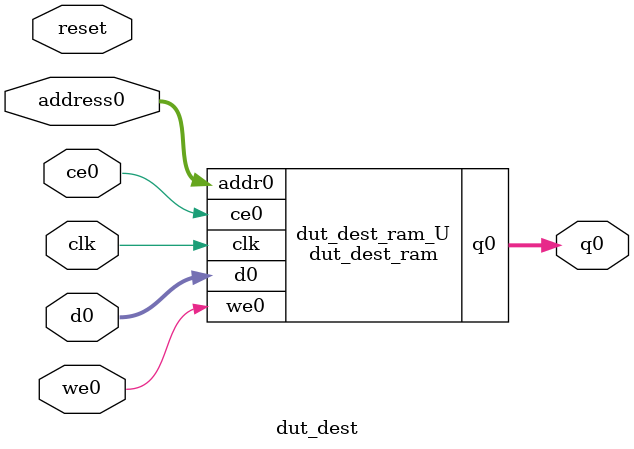
<source format=v>

`timescale 1 ns / 1 ps
module dut_dest_ram (addr0, ce0, d0, we0, q0,  clk);

parameter DWIDTH = 32;
parameter AWIDTH = 7;
parameter MEM_SIZE = 100;

input[AWIDTH-1:0] addr0;
input ce0;
input[DWIDTH-1:0] d0;
input we0;
output reg[DWIDTH-1:0] q0;
input clk;

(* ram_style = "block" *)reg [DWIDTH-1:0] ram[MEM_SIZE-1:0];




always @(posedge clk)  
begin 
    if (ce0) 
    begin
        if (we0) 
        begin 
            ram[addr0] <= d0; 
            q0 <= d0;
        end 
        else 
            q0 <= ram[addr0];
    end
end


endmodule


`timescale 1 ns / 1 ps
module dut_dest(
    reset,
    clk,
    address0,
    ce0,
    we0,
    d0,
    q0);

parameter DataWidth = 32'd32;
parameter AddressRange = 32'd100;
parameter AddressWidth = 32'd7;
input reset;
input clk;
input[AddressWidth - 1:0] address0;
input ce0;
input we0;
input[DataWidth - 1:0] d0;
output[DataWidth - 1:0] q0;



dut_dest_ram dut_dest_ram_U(
    .clk( clk ),
    .addr0( address0 ),
    .ce0( ce0 ),
    .d0( d0 ),
    .we0( we0 ),
    .q0( q0 ));

endmodule


</source>
